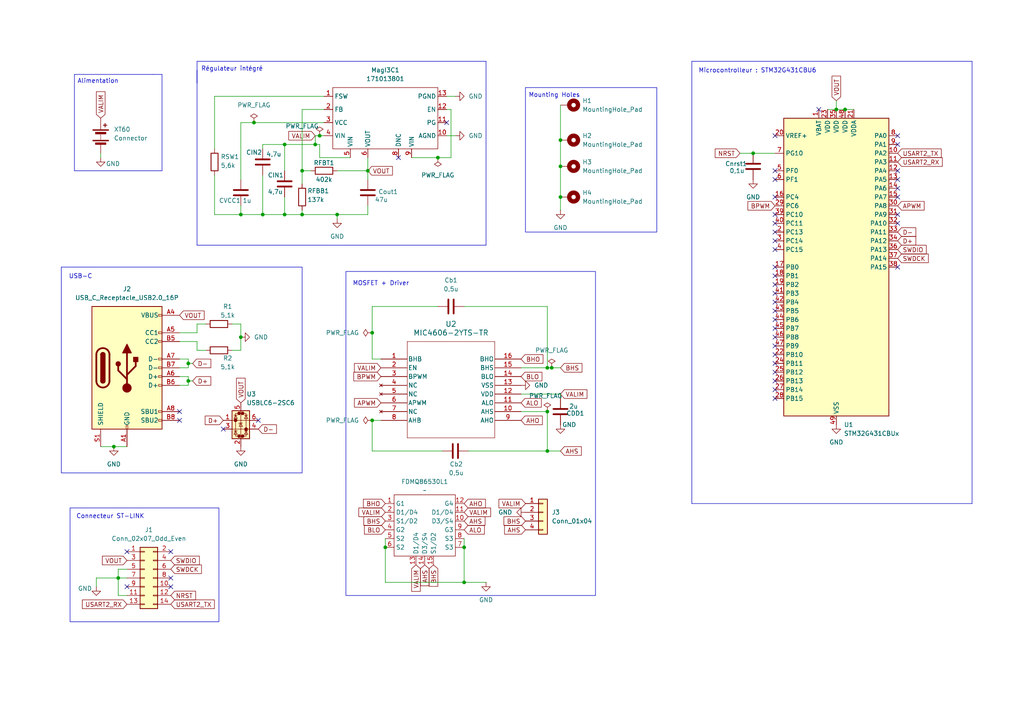
<source format=kicad_sch>
(kicad_sch (version 20231120) (generator "eeschema") (generator_version "8.0")
  (paper "A4")
  (title_block (title "Exo_Kicad") (date "2025-01-30") (rev "1.0") (company "ENSEA"))
  (lib_symbols
    (symbol "Connector:USB_C_Receptacle_USB2.0_16P" (pin_names (offset 1.016))
      (property "Reference" "J" (at 0 22.225 0))
      (property "Value" "USB_C_Receptacle_USB2.0_16P" (at 0 19.685 0))
      (symbol "USB_C_Receptacle_USB2.0_16P_0_0"
        (rectangle (start -0.254 -17.78) (end 0.254 -16.764))
        (rectangle (start 10.16 -14.986) (end 9.144 -15.494))
        (rectangle (start 10.16 -12.446) (end 9.144 -12.954))
        (rectangle (start 10.16 -4.826) (end 9.144 -5.334))
        (rectangle (start 10.16 -2.286) (end 9.144 -2.794))
        (rectangle (start 10.16 0.254) (end 9.144 -0.254))
        (rectangle (start 10.16 2.794) (end 9.144 2.286))
        (rectangle (start 10.16 7.874) (end 9.144 7.366))
        (rectangle (start 10.16 10.414) (end 9.144 9.906))
        (rectangle (start 10.16 15.494) (end 9.144 14.986))
      )
      (symbol "USB_C_Receptacle_USB2.0_16P_0_1"
        (rectangle (start -10.16 17.78) (end 10.16 -17.78) (stroke (width 0.254)) (fill (type background)))
        (arc (start -8.89 -3.81) (mid -6.985 -5.7067) (end -5.08 -3.81) (stroke (width 0.508)))
        (arc (start -7.62 -3.81) (mid -6.985 -4.4423) (end -6.35 -3.81) (stroke (width 0.254)))
        (arc (start -7.62 -3.81) (mid -6.985 -4.4423) (end -6.35 -3.81) (stroke (width 0.254)) (fill (type outline)))
        (rectangle (start -7.62 -3.81) (end -6.35 3.81) (stroke (width 0.254)) (fill (type outline)))
        (arc (start -6.35 3.81) (mid -6.985 4.4423) (end -7.62 3.81) (stroke (width 0.254)))
        (arc (start -6.35 3.81) (mid -6.985 4.4423) (end -7.62 3.81) (stroke (width 0.254)) (fill (type outline)))
        (arc (start -5.08 3.81) (mid -6.985 5.7067) (end -8.89 3.81) (stroke (width 0.508)))
        (circle (center -2.54 1.143) (radius 0.635) (stroke (width 0.254)) (fill (type outline)))
        (circle (center 0 -5.842) (radius 1.27) (fill (type outline)))
        (polyline (pts (xy -8.89 -3.81) (xy -8.89 3.81)) (stroke (width 0.508)))
        (polyline (pts (xy -5.08 3.81) (xy -5.08 -3.81)) (stroke (width 0.508)))
        (polyline (pts (xy 0 -5.842) (xy 0 4.318)) (stroke (width 0.508)))
        (polyline (pts (xy 0 -3.302) (xy -2.54 -0.762) (xy -2.54 0.508)) (stroke (width 0.508)))
        (polyline (pts (xy 0 -2.032) (xy 2.54 0.508) (xy 2.54 1.778)) (stroke (width 0.508)))
        (polyline (pts (xy -1.27 4.318) (xy 0 6.858) (xy 1.27 4.318) (xy -1.27 4.318)) (stroke (width 0.254)) (fill (type outline)))
        (rectangle (start 1.905 1.778) (end 3.175 3.048) (stroke (width 0.254)) (fill (type outline)))
      )
      (symbol "USB_C_Receptacle_USB2.0_16P_1_1"
        (pin passive line (at 0 -22.86 90) (length 5.08) (name "GND") (number "A1"))
        (pin passive line (at 0 -22.86 90) (length 5.08) hide (name "GND") (number "A12"))
        (pin passive line (at 15.24 15.24 180) (length 5.08) (name "VBUS") (number "A4"))
        (pin bidirectional line (at 15.24 10.16 180) (length 5.08) (name "CC1") (number "A5"))
        (pin bidirectional line (at 15.24 -2.54 180) (length 5.08) (name "D+") (number "A6"))
        (pin bidirectional line (at 15.24 2.54 180) (length 5.08) (name "D-") (number "A7"))
        (pin bidirectional line (at 15.24 -12.7 180) (length 5.08) (name "SBU1") (number "A8"))
        (pin passive line (at 15.24 15.24 180) (length 5.08) hide (name "VBUS") (number "A9"))
        (pin passive line (at 0 -22.86 90) (length 5.08) hide (name "GND") (number "B1"))
        (pin passive line (at 0 -22.86 90) (length 5.08) hide (name "GND") (number "B12"))
        (pin passive line (at 15.24 15.24 180) (length 5.08) hide (name "VBUS") (number "B4"))
        (pin bidirectional line (at 15.24 7.62 180) (length 5.08) (name "CC2") (number "B5"))
        (pin bidirectional line (at 15.24 -5.08 180) (length 5.08) (name "D+") (number "B6"))
        (pin bidirectional line (at 15.24 0 180) (length 5.08) (name "D-") (number "B7"))
        (pin bidirectional line (at 15.24 -15.24 180) (length 5.08) (name "SBU2") (number "B8"))
        (pin passive line (at 15.24 15.24 180) (length 5.08) hide (name "VBUS") (number "B9"))
        (pin passive line (at -7.62 -22.86 90) (length 5.08) (name "SHIELD") (number "S1"))
      )
    )
    (symbol "Connector_Generic:Conn_01x04" (pin_names (offset 1.016) hide)
      (property "Reference" "J" (at 0 5.08 0))
      (property "Value" "Conn_01x04" (at 0 -7.62 0))
      (symbol "Conn_01x04_1_1"
        (rectangle (start -1.27 -4.953) (end 0 -5.207) (stroke (width 0.1524)))
        (rectangle (start -1.27 -2.413) (end 0 -2.667) (stroke (width 0.1524)))
        (rectangle (start -1.27 0.127) (end 0 -0.127) (stroke (width 0.1524)))
        (rectangle (start -1.27 2.667) (end 0 2.413) (stroke (width 0.1524)))
        (rectangle (start -1.27 3.81) (end 1.27 -6.35) (stroke (width 0.254)) (fill (type background)))
        (pin passive line (at -5.08 2.54 0) (length 3.81) (name "Pin_1") (number "1"))
        (pin passive line (at -5.08 0 0) (length 3.81) (name "Pin_2") (number "2"))
        (pin passive line (at -5.08 -2.54 0) (length 3.81) (name "Pin_3") (number "3"))
        (pin passive line (at -5.08 -5.08 0) (length 3.81) (name "Pin_4") (number "4"))
      )
    )
    (symbol "Connector_Generic:Conn_02x07_Odd_Even" (pin_names (offset 1.016) hide)
      (property "Reference" "J" (at 1.27 10.16 0))
      (property "Value" "Conn_02x07_Odd_Even" (at 1.27 -10.16 0))
      (symbol "Conn_02x07_Odd_Even_1_1"
        (rectangle (start -1.27 -7.493) (end 0 -7.747) (stroke (width 0.1524)))
        (rectangle (start -1.27 -4.953) (end 0 -5.207) (stroke (width 0.1524)))
        (rectangle (start -1.27 -2.413) (end 0 -2.667) (stroke (width 0.1524)))
        (rectangle (start -1.27 0.127) (end 0 -0.127) (stroke (width 0.1524)))
        (rectangle (start -1.27 2.667) (end 0 2.413) (stroke (width 0.1524)))
        (rectangle (start -1.27 5.207) (end 0 4.953) (stroke (width 0.1524)))
        (rectangle (start -1.27 7.747) (end 0 7.493) (stroke (width 0.1524)))
        (rectangle (start -1.27 8.89) (end 3.81 -8.89) (stroke (width 0.254)) (fill (type background)))
        (rectangle (start 3.81 -7.493) (end 2.54 -7.747) (stroke (width 0.1524)))
        (rectangle (start 3.81 -4.953) (end 2.54 -5.207) (stroke (width 0.1524)))
        (rectangle (start 3.81 -2.413) (end 2.54 -2.667) (stroke (width 0.1524)))
        (rectangle (start 3.81 0.127) (end 2.54 -0.127) (stroke (width 0.1524)))
        (rectangle (start 3.81 2.667) (end 2.54 2.413) (stroke (width 0.1524)))
        (rectangle (start 3.81 5.207) (end 2.54 4.953) (stroke (width 0.1524)))
        (rectangle (start 3.81 7.747) (end 2.54 7.493) (stroke (width 0.1524)))
        (pin passive line (at -5.08 7.62 0) (length 3.81) (name "Pin_1") (number "1"))
        (pin passive line (at 7.62 -2.54 180) (length 3.81) (name "Pin_10") (number "10"))
        (pin passive line (at -5.08 -5.08 0) (length 3.81) (name "Pin_11") (number "11"))
        (pin passive line (at 7.62 -5.08 180) (length 3.81) (name "Pin_12") (number "12"))
        (pin passive line (at -5.08 -7.62 0) (length 3.81) (name "Pin_13") (number "13"))
        (pin passive line (at 7.62 -7.62 180) (length 3.81) (name "Pin_14") (number "14"))
        (pin passive line (at 7.62 7.62 180) (length 3.81) (name "Pin_2") (number "2"))
        (pin passive line (at -5.08 5.08 0) (length 3.81) (name "Pin_3") (number "3"))
        (pin passive line (at 7.62 5.08 180) (length 3.81) (name "Pin_4") (number "4"))
        (pin passive line (at -5.08 2.54 0) (length 3.81) (name "Pin_5") (number "5"))
        (pin passive line (at 7.62 2.54 180) (length 3.81) (name "Pin_6") (number "6"))
        (pin passive line (at -5.08 0 0) (length 3.81) (name "Pin_7") (number "7"))
        (pin passive line (at 7.62 0 180) (length 3.81) (name "Pin_8") (number "8"))
        (pin passive line (at -5.08 -2.54 0) (length 3.81) (name "Pin_9") (number "9"))
      )
    )
    (symbol "Device:Battery" (pin_numbers hide) (pin_names (offset 0) hide)
      (property "Reference" "BT" (at 2.54 2.54 0))
      (property "Value" "Battery" (at 2.54 0 0))
      (symbol "Battery_0_1"
        (rectangle (start -2.286 -1.27) (end 2.286 -1.524) (fill (type outline)))
        (rectangle (start -2.286 1.778) (end 2.286 1.524) (fill (type outline)))
        (rectangle (start -1.524 -2.032) (end 1.524 -2.54) (fill (type outline)))
        (rectangle (start -1.524 1.016) (end 1.524 0.508) (fill (type outline)))
        (polyline (pts (xy 0 -1.016) (xy 0 -0.762)))
        (polyline (pts (xy 0 -0.508) (xy 0 -0.254)))
        (polyline (pts (xy 0 0) (xy 0 0.254)))
        (polyline (pts (xy 0 1.778) (xy 0 2.54)))
        (polyline (pts (xy 0.762 3.048) (xy 1.778 3.048)) (stroke (width 0.254)))
        (polyline (pts (xy 1.27 3.556) (xy 1.27 2.54)) (stroke (width 0.254)))
      )
      (symbol "Battery_1_1"
        (pin passive line (at 0 5.08 270) (length 2.54) (name "+") (number "1"))
        (pin passive line (at 0 -5.08 90) (length 2.54) (name "-") (number "2"))
      )
    )
    (symbol "Device:C" (pin_numbers hide) (pin_names (offset 0.254))
      (property "Reference" "C" (at 0.635 2.54 0))
      (property "Value" "C" (at 0.635 -2.54 0))
      (symbol "C_0_1"
        (polyline (pts (xy -2.032 -0.762) (xy 2.032 -0.762)) (stroke (width 0.508)))
        (polyline (pts (xy -2.032 0.762) (xy 2.032 0.762)) (stroke (width 0.508)))
      )
      (symbol "C_1_1"
        (pin passive line (at 0 3.81 270) (length 2.794) (name "~") (number "1"))
        (pin passive line (at 0 -3.81 90) (length 2.794) (name "~") (number "2"))
      )
    )
    (symbol "Device:R" (pin_numbers hide) (pin_names (offset 0))
      (property "Reference" "R" (at 2.032 0 90))
      (property "Value" "R" (at 0 0 90))
      (symbol "R_0_1"
        (rectangle (start -1.016 -2.54) (end 1.016 2.54) (stroke (width 0.254)))
      )
      (symbol "R_1_1"
        (pin passive line (at 0 3.81 270) (length 1.27) (name "~") (number "1"))
        (pin passive line (at 0 -3.81 90) (length 1.27) (name "~") (number "2"))
      )
    )
    (symbol "FDMQ86530L:FDMQ86530L"
      (property "Reference" "U" (at 0 12.7 0))
      (symbol "FDMQ86530L_0_1"
        (rectangle (start -8.89 10.16) (end 8.89 -7.62))
      )
      (symbol "FDMQ86530L_1_1"
        (pin unspecified line (at -11.43 7.62 0) (length 2.54) (name "G1") (number "1"))
        (pin unspecified line (at 11.43 2.54 180) (length 2.54) (name "D3/S4") (number "10"))
        (pin unspecified line (at 11.43 5.08 180) (length 2.54) (name "D1/D4") (number "11"))
        (pin unspecified line (at 11.43 7.62 180) (length 2.54) (name "G4") (number "12"))
        (pin unspecified line (at -2.54 -10.16 90) (length 2.54) (name "D1/D4") (number "13"))
        (pin unspecified line (at 0 -10.16 90) (length 2.54) (name "D3/S4") (number "14"))
        (pin unspecified line (at 2.54 -10.16 90) (length 2.54) (name "S1/D2") (number "15"))
        (pin unspecified line (at -11.43 5.08 0) (length 2.54) (name "D1/D4") (number "2"))
        (pin unspecified line (at -11.43 2.54 0) (length 2.54) (name "S1/D2") (number "3"))
        (pin unspecified line (at -11.43 0 0) (length 2.54) (name "G2") (number "4"))
        (pin unspecified line (at -11.43 -2.54 0) (length 2.54) (name "S2") (number "5"))
        (pin unspecified line (at -11.43 -5.08 0) (length 2.54) (name "S2") (number "6"))
        (pin unspecified line (at 11.43 -5.08 180) (length 2.54) (name "S3") (number "7"))
        (pin unspecified line (at 11.43 -2.54 180) (length 2.54) (name "S3") (number "8"))
        (pin unspecified line (at 11.43 0 180) (length 2.54) (name "G3") (number "9"))
      )
    )
    (symbol "MCU_ST_STM32G4:STM32G431CBUx"
      (property "Reference" "U" (at -15.24 44.45 0))
      (property "Value" "STM32G431CBUx" (at 7.62 44.45 0))
      (symbol "STM32G431CBUx_0_1"
        (rectangle (start -15.24 -43.18) (end 15.24 43.18) (stroke (width 0.254)) (fill (type background)))
      )
      (symbol "STM32G431CBUx_1_1"
        (pin power_in line (at -5.08 45.72 270) (length 2.54) (name "VBAT") (number "1"))
        (pin bidirectional line (at 17.78 33.02 180) (length 2.54) (name "PA2") (number "10"))
        (pin bidirectional line (at 17.78 30.48 180) (length 2.54) (name "PA3") (number "11"))
        (pin bidirectional line (at 17.78 27.94 180) (length 2.54) (name "PA4") (number "12"))
        (pin bidirectional line (at 17.78 25.4 180) (length 2.54) (name "PA5") (number "13"))
        (pin bidirectional line (at 17.78 22.86 180) (length 2.54) (name "PA6") (number "14"))
        (pin bidirectional line (at 17.78 20.32 180) (length 2.54) (name "PA7") (number "15"))
        (pin bidirectional line (at -17.78 20.32 0) (length 2.54) (name "PC4") (number "16"))
        (pin bidirectional line (at -17.78 0 0) (length 2.54) (name "PB0") (number "17"))
        (pin bidirectional line (at -17.78 -2.54 0) (length 2.54) (name "PB1") (number "18"))
        (pin bidirectional line (at -17.78 -5.08 0) (length 2.54) (name "PB2") (number "19"))
        (pin bidirectional line (at -17.78 10.16 0) (length 2.54) (name "PC13") (number "2"))
        (pin input line (at -17.78 38.1 0) (length 2.54) (name "VREF+") (number "20"))
        (pin power_in line (at 5.08 45.72 270) (length 2.54) (name "VDDA") (number "21"))
        (pin bidirectional line (at -17.78 -25.4 0) (length 2.54) (name "PB10") (number "22"))
        (pin power_in line (at -2.54 45.72 270) (length 2.54) (name "VDD") (number "23"))
        (pin bidirectional line (at -17.78 -27.94 0) (length 2.54) (name "PB11") (number "24"))
        (pin bidirectional line (at -17.78 -30.48 0) (length 2.54) (name "PB12") (number "25"))
        (pin bidirectional line (at -17.78 -33.02 0) (length 2.54) (name "PB13") (number "26"))
        (pin bidirectional line (at -17.78 -35.56 0) (length 2.54) (name "PB14") (number "27"))
        (pin bidirectional line (at -17.78 -38.1 0) (length 2.54) (name "PB15") (number "28"))
        (pin bidirectional line (at -17.78 17.78 0) (length 2.54) (name "PC6") (number "29"))
        (pin bidirectional line (at -17.78 7.62 0) (length 2.54) (name "PC14") (number "3"))
        (pin bidirectional line (at 17.78 17.78 180) (length 2.54) (name "PA8") (number "30"))
        (pin bidirectional line (at 17.78 15.24 180) (length 2.54) (name "PA9") (number "31"))
        (pin bidirectional line (at 17.78 12.7 180) (length 2.54) (name "PA10") (number "32"))
        (pin bidirectional line (at 17.78 10.16 180) (length 2.54) (name "PA11") (number "33"))
        (pin bidirectional line (at 17.78 7.62 180) (length 2.54) (name "PA12") (number "34"))
        (pin power_in line (at 0 45.72 270) (length 2.54) (name "VDD") (number "35"))
        (pin bidirectional line (at 17.78 5.08 180) (length 2.54) (name "PA13") (number "36"))
        (pin bidirectional line (at 17.78 2.54 180) (length 2.54) (name "PA14") (number "37"))
        (pin bidirectional line (at 17.78 0 180) (length 2.54) (name "PA15") (number "38"))
        (pin bidirectional line (at -17.78 15.24 0) (length 2.54) (name "PC10") (number "39"))
        (pin bidirectional line (at -17.78 5.08 0) (length 2.54) (name "PC15") (number "4"))
        (pin bidirectional line (at -17.78 12.7 0) (length 2.54) (name "PC11") (number "40"))
        (pin bidirectional line (at -17.78 -7.62 0) (length 2.54) (name "PB3") (number "41"))
        (pin bidirectional line (at -17.78 -10.16 0) (length 2.54) (name "PB4") (number "42"))
        (pin bidirectional line (at -17.78 -12.7 0) (length 2.54) (name "PB5") (number "43"))
        (pin bidirectional line (at -17.78 -15.24 0) (length 2.54) (name "PB6") (number "44"))
        (pin bidirectional line (at -17.78 -17.78 0) (length 2.54) (name "PB7") (number "45"))
        (pin bidirectional line (at -17.78 -20.32 0) (length 2.54) (name "PB8") (number "46"))
        (pin bidirectional line (at -17.78 -22.86 0) (length 2.54) (name "PB9") (number "47"))
        (pin power_in line (at 2.54 45.72 270) (length 2.54) (name "VDD") (number "48"))
        (pin power_in line (at 0 -45.72 90) (length 2.54) (name "VSS") (number "49"))
        (pin bidirectional line (at -17.78 27.94 0) (length 2.54) (name "PF0") (number "5"))
        (pin bidirectional line (at -17.78 25.4 0) (length 2.54) (name "PF1") (number "6"))
        (pin bidirectional line (at -17.78 33.02 0) (length 2.54) (name "PG10") (number "7"))
        (pin bidirectional line (at 17.78 38.1 180) (length 2.54) (name "PA0") (number "8"))
        (pin bidirectional line (at 17.78 35.56 180) (length 2.54) (name "PA1") (number "9"))
      )
    )
    (symbol "MIC4606-2YTS-TR:MIC4606-2YTS-TR" (pin_names (offset 0.254))
      (property "Reference" "U" (at 20.32 10.16 0))
      (property "Value" "MIC4606-2YTS-TR" (at 20.32 7.62 0))
      (symbol "MIC4606-2YTS-TR_0_1"
        (polyline (pts (xy 7.62 -22.86) (xy 33.02 -22.86)) (stroke (width 0.127)))
        (polyline (pts (xy 7.62 5.08) (xy 7.62 -22.86)) (stroke (width 0.127)))
        (polyline (pts (xy 33.02 -22.86) (xy 33.02 5.08)) (stroke (width 0.127)))
        (polyline (pts (xy 33.02 5.08) (xy 7.62 5.08)) (stroke (width 0.127)))
        (pin power_in line (at 0 0 0) (length 7.62) (name "BHB") (number "1"))
        (pin power_in line (at 40.64 -15.24 180) (length 7.62) (name "AHS") (number "10"))
        (pin output line (at 40.64 -12.7 180) (length 7.62) (name "ALO") (number "11"))
        (pin power_in line (at 40.64 -10.16 180) (length 7.62) (name "VDD") (number "12"))
        (pin power_out line (at 40.64 -7.62 180) (length 7.62) (name "VSS") (number "13"))
        (pin output line (at 40.64 -5.08 180) (length 7.62) (name "BLO") (number "14"))
        (pin power_in line (at 40.64 -2.54 180) (length 7.62) (name "BHS") (number "15"))
        (pin output line (at 40.64 0 180) (length 7.62) (name "BHO") (number "16"))
        (pin input line (at 0 -2.54 0) (length 7.62) (name "EN") (number "2"))
        (pin input line (at 0 -5.08 0) (length 7.62) (name "BPWM") (number "3"))
        (pin no_connect line (at 0 -7.62 0) (length 7.62) (name "NC") (number "4"))
        (pin no_connect line (at 0 -10.16 0) (length 7.62) (name "NC") (number "5"))
        (pin input line (at 0 -12.7 0) (length 7.62) (name "APWM") (number "6"))
        (pin no_connect line (at 0 -15.24 0) (length 7.62) (name "NC") (number "7"))
        (pin power_in line (at 0 -17.78 0) (length 7.62) (name "AHB") (number "8"))
        (pin output line (at 40.64 -17.78 180) (length 7.62) (name "AHO") (number "9"))
      )
    )
    (symbol "MagI3C:171013801"
      (property "Reference" "MagI3C" (at -10.922 10.414 0))
      (property "Value" "171013801" (at 16.256 12.192 0))
      (symbol "171013801_0_1"
        (rectangle (start -15.24 8.89) (end 15.24 -8.89))
      )
      (symbol "171013801_1_1"
        (pin input line (at -17.78 6.35 0) (length 2.54) (name "FSW") (number "1"))
        (pin power_in line (at 17.78 -5.08 180) (length 2.54) (name "AGND") (number "10"))
        (pin output line (at 17.78 -1.27 180) (length 2.54) (name "PG") (number "11"))
        (pin input line (at 17.78 2.54 180) (length 2.54) (name "EN") (number "12"))
        (pin power_in line (at 17.78 6.35 180) (length 2.54) (name "PGND") (number "13"))
        (pin input line (at -17.78 2.54 0) (length 2.54) (name "FB") (number "2"))
        (pin power_in line (at -17.78 -1.27 0) (length 2.54) (name "VCC") (number "3"))
        (pin power_in line (at -17.78 -5.08 0) (length 2.54) (name "VIN") (number "4"))
        (pin power_in line (at -10.16 -11.43 90) (length 2.54) (name "VIN") (number "5"))
        (pin power_out line (at -5.08 -11.43 90) (length 2.54) (name "VOUT") (number "6"))
        (pin power_out line (at -5.08 -11.43 90) (length 2.54) hide (name "VOUT") (number "7"))
        (pin unspecified line (at 3.81 -11.43 90) (length 2.54) (name "DNC") (number "8"))
        (pin power_in line (at 7.62 -11.43 90) (length 2.54) (name "VIN") (number "9"))
      )
    )
    (symbol "Mechanical:MountingHole_Pad" (pin_numbers hide) (pin_names (offset 1.016) hide) (exclude_from_sim yes) (in_bom no)
      (property "Reference" "H" (at 0 6.35 0))
      (property "Value" "MountingHole_Pad" (at 0 4.445 0))
      (symbol "MountingHole_Pad_0_1"
        (circle (center 0 1.27) (radius 1.27) (stroke (width 1.27)))
      )
      (symbol "MountingHole_Pad_1_1"
        (pin input line (at 0 -2.54 90) (length 2.54) (name "1") (number "1"))
      )
    )
    (symbol "Power_Protection:USBLC6-2SC6" (pin_names hide)
      (property "Reference" "U" (at 0.635 5.715 0))
      (property "Value" "USBLC6-2SC6" (at 0.635 3.81 0))
      (symbol "USBLC6-2SC6_0_0"
        (circle (center -1.524 0) (radius 0.0001) (stroke (width 0.508)))
        (circle (center -0.508 -4.572) (radius 0.0001) (stroke (width 0.508)))
        (circle (center -0.508 2.032) (radius 0.0001) (stroke (width 0.508)))
        (circle (center 0.508 -4.572) (radius 0.0001) (stroke (width 0.508)))
        (circle (center 0.508 2.032) (radius 0.0001) (stroke (width 0.508)))
        (circle (center 1.524 -2.54) (radius 0.0001) (stroke (width 0.508)))
      )
      (symbol "USBLC6-2SC6_0_1"
        (polyline (pts (xy -2.54 -2.54) (xy 2.54 -2.54)))
        (polyline (pts (xy -2.54 0) (xy 2.54 0)))
        (polyline (pts (xy -2.032 -3.048) (xy -1.016 -3.048)))
        (polyline (pts (xy -1.016 1.524) (xy -2.032 1.524)))
        (polyline (pts (xy 1.016 -3.048) (xy 2.032 -3.048)))
        (polyline (pts (xy 1.016 1.524) (xy 2.032 1.524)))
        (polyline (pts (xy -0.508 -1.143) (xy -0.508 -0.762) (xy 0.508 -0.762)))
        (polyline (pts (xy -2.032 0.508) (xy -1.016 0.508) (xy -1.524 1.524) (xy -2.032 0.508)))
        (polyline (pts (xy -1.016 -4.064) (xy -2.032 -4.064) (xy -1.524 -3.048) (xy -1.016 -4.064)))
        (polyline (pts (xy 0.508 -1.778) (xy -0.508 -1.778) (xy 0 -0.762) (xy 0.508 -1.778)))
        (polyline (pts (xy 2.032 -4.064) (xy 1.016 -4.064) (xy 1.524 -3.048) (xy 2.032 -4.064)))
        (polyline (pts (xy 2.032 0.508) (xy 1.016 0.508) (xy 1.524 1.524) (xy 2.032 0.508)))
        (polyline (pts (xy 0 2.54) (xy -0.508 2.032) (xy 0.508 2.032) (xy 0 1.524) (xy 0 -4.064) (xy -0.508 -4.572) (xy 0.508 -4.572) (xy 0 -5.08)))
      )
      (symbol "USBLC6-2SC6_1_1"
        (rectangle (start -2.54 2.794) (end 2.54 -5.334) (stroke (width 0.254)) (fill (type background)))
        (polyline (pts (xy -0.508 2.032) (xy -1.524 2.032) (xy -1.524 -4.572) (xy -0.508 -4.572)))
        (polyline (pts (xy 0.508 -4.572) (xy 1.524 -4.572) (xy 1.524 2.032) (xy 0.508 2.032)))
        (pin passive line (at -5.08 0 0) (length 2.54) (name "I/O1") (number "1"))
        (pin passive line (at 0 -7.62 90) (length 2.54) (name "GND") (number "2"))
        (pin passive line (at -5.08 -2.54 0) (length 2.54) (name "I/O2") (number "3"))
        (pin passive line (at 5.08 -2.54 180) (length 2.54) (name "I/O2") (number "4"))
        (pin passive line (at 0 5.08 270) (length 2.54) (name "VBUS") (number "5"))
        (pin passive line (at 5.08 0 180) (length 2.54) (name "I/O1") (number "6"))
      )
    )
    (symbol "power:GND" (power) (pin_numbers hide) (pin_names (offset 0) hide)
      (property "Value" "GND" (at 0 -3.81 0))
      (symbol "GND_0_1"
        (polyline (pts (xy 0 0) (xy 0 -1.27) (xy 1.27 -1.27) (xy 0 -2.54) (xy -1.27 -1.27) (xy 0 -1.27)))
      )
      (symbol "GND_1_1"
        (pin power_in line (at 0 0 270) (length 0) (name "~") (number "1"))
      )
    )
    (symbol "power:PWR_FLAG" (power) (pin_numbers hide) (pin_names (offset 0) hide)
      (property "Value" "PWR_FLAG" (at 0 3.81 0))
      (symbol "PWR_FLAG_0_0"
        (pin power_out line (at 0 0 90) (length 0) (name "~") (number "1"))
      )
      (symbol "PWR_FLAG_0_1"
        (polyline (pts (xy 0 0) (xy 0 1.27) (xy -1.016 1.905) (xy 0 2.54) (xy 1.016 1.905) (xy 0 1.27)))
      )
    )
  )
  (junction (at 134.62 168.91))
  (junction (at 33.02 129.54))
  (junction (at 87.63 49.53))
  (junction (at 127 45.72))
  (junction (at 245.11 31.75))
  (junction (at 242.57 31.75))
  (junction (at 158.75 130.81))
  (junction (at 76.2 62.23))
  (junction (at 162.56 48.26))
  (junction (at 106.68 49.53))
  (junction (at 73.66 35.56))
  (junction (at 82.55 41.91))
  (junction (at 218.44 44.45))
  (junction (at 91.44 41.91))
  (junction (at 69.85 62.23))
  (junction (at 69.85 97.79))
  (junction (at 87.63 62.23))
  (junction (at 160.02 106.68))
  (junction (at 107.95 121.92))
  (junction (at 111.76 158.75))
  (junction (at 158.75 106.68))
  (junction (at 134.62 158.75))
  (junction (at 162.56 40.64))
  (junction (at 162.56 57.15))
  (junction (at 54.61 110.49))
  (junction (at 82.55 62.23))
  (junction (at 107.95 96.52))
  (junction (at 34.29 167.64))
  (junction (at 158.75 119.38))
  (junction (at 92.71 39.37))
  (junction (at 97.79 62.23))
  (junction (at 54.61 105.41))
  (no_connect (at 52.07 121.92))
  (no_connect (at 260.35 39.37))
  (no_connect (at 260.35 49.53))
  (no_connect (at 224.79 80.01))
  (no_connect (at 224.79 115.57))
  (no_connect (at 260.35 62.23))
  (no_connect (at 260.35 52.07))
  (no_connect (at 224.79 57.15))
  (no_connect (at 224.79 72.39))
  (no_connect (at 260.35 54.61))
  (no_connect (at 115.57 45.72))
  (no_connect (at 224.79 100.33))
  (no_connect (at 224.79 52.07))
  (no_connect (at 260.35 57.15))
  (no_connect (at 49.53 160.02))
  (no_connect (at 52.07 119.38))
  (no_connect (at 224.79 49.53))
  (no_connect (at 224.79 77.47))
  (no_connect (at 224.79 97.79))
  (no_connect (at 224.79 87.63))
  (no_connect (at 36.83 160.02))
  (no_connect (at 129.54 35.56))
  (no_connect (at 224.79 64.77))
  (no_connect (at 260.35 64.77))
  (no_connect (at 224.79 62.23))
  (no_connect (at 224.79 90.17))
  (no_connect (at 64.77 124.46))
  (no_connect (at 224.79 110.49))
  (no_connect (at 49.53 170.18))
  (no_connect (at 224.79 82.55))
  (no_connect (at 224.79 92.71))
  (no_connect (at 224.79 105.41))
  (no_connect (at 224.79 113.03))
  (no_connect (at 224.79 107.95))
  (no_connect (at 237.49 31.75))
  (no_connect (at 224.79 69.85))
  (no_connect (at 260.35 41.91))
  (no_connect (at 224.79 85.09))
  (no_connect (at 74.93 121.92))
  (no_connect (at 49.53 167.64))
  (no_connect (at 260.35 77.47))
  (no_connect (at 36.83 170.18))
  (no_connect (at 224.79 102.87))
  (no_connect (at 224.79 67.31))
  (no_connect (at 224.79 95.25))
  (no_connect (at 224.79 39.37))
  (wire (pts (xy 106.68 45.72) (xy 106.68 49.53)))
  (wire (pts (xy 76.2 62.23) (xy 82.55 62.23)))
  (wire (pts (xy 67.31 101.6) (xy 69.85 101.6)))
  (polyline (pts (xy 200.66 17.78) (xy 200.66 146.05)))
  (wire (pts (xy 91.44 41.91) (xy 91.44 39.37)))
  (wire (pts (xy 87.63 31.75) (xy 87.63 49.53)))
  (wire (pts (xy 57.15 93.98) (xy 59.69 93.98)))
  (wire (pts (xy 87.63 62.23) (xy 97.79 62.23)))
  (wire (pts (xy 130.81 31.75) (xy 130.81 45.72)))
  (polyline (pts (xy 46.99 21.59) (xy 46.99 49.53)))
  (wire (pts (xy 54.61 109.22) (xy 54.61 110.49)))
  (wire (pts (xy 76.2 50.8) (xy 76.2 62.23)))
  (wire (pts (xy 69.85 35.56) (xy 69.85 52.07)))
  (wire (pts (xy 76.2 41.91) (xy 76.2 43.18)))
  (wire (pts (xy 34.29 167.64) (xy 36.83 167.64)))
  (wire (pts (xy 29.21 44.45) (xy 29.21 45.72)))
  (wire (pts (xy 52.07 111.76) (xy 54.61 111.76)))
  (wire (pts (xy 107.95 96.52) (xy 107.95 104.14)))
  (wire (pts (xy 111.76 158.75) (xy 111.76 168.91)))
  (wire (pts (xy 62.23 43.18) (xy 62.23 27.94)))
  (wire (pts (xy 82.55 57.15) (xy 82.55 62.23)))
  (wire (pts (xy 132.08 27.94) (xy 129.54 27.94)))
  (wire (pts (xy 111.76 168.91) (xy 134.62 168.91)))
  (wire (pts (xy 82.55 62.23) (xy 87.63 62.23)))
  (wire (pts (xy 33.02 129.54) (xy 36.83 129.54)))
  (polyline (pts (xy 57.15 17.78) (xy 140.97 17.78)))
  (wire (pts (xy 87.63 60.96) (xy 87.63 62.23)))
  (wire (pts (xy 162.56 48.26) (xy 162.56 57.15)))
  (wire (pts (xy 127 88.9) (xy 107.95 88.9)))
  (wire (pts (xy 52.07 109.22) (xy 54.61 109.22)))
  (wire (pts (xy 135.89 130.81) (xy 158.75 130.81)))
  (wire (pts (xy 134.62 88.9) (xy 158.75 88.9)))
  (polyline (pts (xy 281.94 17.78) (xy 281.94 146.05)))
  (wire (pts (xy 73.66 35.56) (xy 69.85 35.56)))
  (wire (pts (xy 93.98 39.37) (xy 92.71 39.37)))
  (wire (pts (xy 73.66 35.56) (xy 93.98 35.56)))
  (wire (pts (xy 151.13 119.38) (xy 158.75 119.38)))
  (polyline (pts (xy 21.59 21.59) (xy 21.59 49.53)))
  (wire (pts (xy 162.56 114.3) (xy 162.56 115.57)))
  (wire (pts (xy 54.61 104.14) (xy 54.61 105.41)))
  (wire (pts (xy 34.29 165.1) (xy 36.83 165.1)))
  (wire (pts (xy 107.95 88.9) (xy 107.95 96.52)))
  (wire (pts (xy 91.44 41.91) (xy 92.71 41.91)))
  (wire (pts (xy 107.95 104.14) (xy 110.49 104.14)))
  (polyline (pts (xy 44.45 21.59) (xy 46.99 21.59)))
  (wire (pts (xy 92.71 45.72) (xy 92.71 41.91)))
  (wire (pts (xy 162.56 30.48) (xy 162.56 40.64)))
  (wire (pts (xy 162.56 57.15) (xy 162.56 60.96)))
  (wire (pts (xy 82.55 41.91) (xy 82.55 49.53)))
  (polyline (pts (xy 281.94 146.05) (xy 200.66 146.05)))
  (wire (pts (xy 158.75 106.68) (xy 151.13 106.68)))
  (wire (pts (xy 242.57 31.75) (xy 245.11 31.75)))
  (wire (pts (xy 107.95 121.92) (xy 110.49 121.92)))
  (wire (pts (xy 54.61 105.41) (xy 54.61 106.68)))
  (wire (pts (xy 106.68 49.53) (xy 106.68 52.07)))
  (wire (pts (xy 29.21 129.54) (xy 33.02 129.54)))
  (polyline (pts (xy 210.82 17.78) (xy 281.94 17.78)))
  (wire (pts (xy 162.56 40.64) (xy 162.56 48.26)))
  (polyline (pts (xy 57.15 20.32) (xy 57.15 71.12)))
  (wire (pts (xy 106.68 49.53) (xy 97.79 49.53)))
  (wire (pts (xy 57.15 96.52) (xy 57.15 93.98)))
  (wire (pts (xy 158.75 88.9) (xy 158.75 106.68)))
  (wire (pts (xy 69.85 59.69) (xy 69.85 62.23)))
  (wire (pts (xy 76.2 41.91) (xy 82.55 41.91)))
  (polyline (pts (xy 57.15 24.13) (xy 57.15 17.78)))
  (wire (pts (xy 107.95 130.81) (xy 107.95 121.92)))
  (wire (pts (xy 162.56 106.68) (xy 160.02 106.68)))
  (wire (pts (xy 91.44 41.91) (xy 82.55 41.91)))
  (wire (pts (xy 245.11 31.75) (xy 247.65 31.75)))
  (wire (pts (xy 57.15 101.6) (xy 59.69 101.6)))
  (wire (pts (xy 158.75 130.81) (xy 158.75 119.38)))
  (wire (pts (xy 87.63 31.75) (xy 93.98 31.75)))
  (polyline (pts (xy 21.59 21.59) (xy 44.45 21.59)))
  (wire (pts (xy 34.29 167.64) (xy 34.29 165.1)))
  (wire (pts (xy 69.85 97.79) (xy 69.85 93.98)))
  (wire (pts (xy 54.61 105.41) (xy 55.88 105.41)))
  (wire (pts (xy 36.83 172.72) (xy 34.29 172.72)))
  (wire (pts (xy 140.97 168.91) (xy 134.62 168.91)))
  (wire (pts (xy 69.85 62.23) (xy 76.2 62.23)))
  (wire (pts (xy 214.63 44.45) (xy 218.44 44.45)))
  (wire (pts (xy 69.85 101.6) (xy 69.85 97.79)))
  (wire (pts (xy 52.07 106.68) (xy 54.61 106.68)))
  (polyline (pts (xy 200.66 17.78) (xy 210.82 17.78)))
  (wire (pts (xy 57.15 99.06) (xy 57.15 101.6)))
  (wire (pts (xy 62.23 50.8) (xy 62.23 62.23)))
  (wire (pts (xy 97.79 62.23) (xy 97.79 63.5)))
  (wire (pts (xy 27.94 167.64) (xy 27.94 170.18)))
  (wire (pts (xy 240.03 31.75) (xy 242.57 31.75)))
  (wire (pts (xy 128.27 130.81) (xy 107.95 130.81)))
  (polyline (pts (xy 21.59 49.53) (xy 46.99 49.53)))
  (wire (pts (xy 87.63 49.53) (xy 90.17 49.53)))
  (wire (pts (xy 101.6 45.72) (xy 92.71 45.72)))
  (wire (pts (xy 127 45.72) (xy 119.38 45.72)))
  (wire (pts (xy 158.75 130.81) (xy 162.56 130.81)))
  (wire (pts (xy 242.57 29.21) (xy 242.57 31.75)))
  (polyline (pts (xy 140.97 17.78) (xy 140.97 71.12)))
  (wire (pts (xy 67.31 93.98) (xy 69.85 93.98)))
  (wire (pts (xy 54.61 110.49) (xy 54.61 111.76)))
  (wire (pts (xy 160.02 106.68) (xy 158.75 106.68)))
  (wire (pts (xy 97.79 62.23) (xy 106.68 62.23)))
  (wire (pts (xy 129.54 31.75) (xy 130.81 31.75)))
  (wire (pts (xy 52.07 99.06) (xy 57.15 99.06)))
  (polyline (pts (xy 140.97 71.12) (xy 57.15 71.12)))
  (wire (pts (xy 52.07 96.52) (xy 57.15 96.52)))
  (wire (pts (xy 111.76 156.21) (xy 111.76 158.75)))
  (wire (pts (xy 87.63 49.53) (xy 87.63 53.34)))
  (wire (pts (xy 134.62 158.75) (xy 134.62 168.91)))
  (wire (pts (xy 62.23 27.94) (xy 93.98 27.94)))
  (wire (pts (xy 62.23 62.23) (xy 69.85 62.23)))
  (wire (pts (xy 34.29 167.64) (xy 27.94 167.64)))
  (wire (pts (xy 34.29 172.72) (xy 34.29 167.64)))
  (wire (pts (xy 134.62 156.21) (xy 134.62 158.75)))
  (wire (pts (xy 151.13 114.3) (xy 162.56 114.3)))
  (wire (pts (xy 54.61 110.49) (xy 55.88 110.49)))
  (wire (pts (xy 52.07 104.14) (xy 54.61 104.14)))
  (wire (pts (xy 130.81 45.72) (xy 127 45.72)))
  (wire (pts (xy 129.54 39.37) (xy 132.08 39.37)))
  (wire (pts (xy 92.71 39.37) (xy 91.44 39.37)))
  (wire (pts (xy 218.44 44.45) (xy 224.79 44.45)))
  (wire (pts (xy 106.68 59.69) (xy 106.68 62.23)))
  (rectangle (start 17.78 77.47) (end 87.63 137.16))
  (rectangle (start 152.4 25.4) (end 190.5 67.31))
  (rectangle (start 100.33 78.74) (end 172.72 172.72))
  (rectangle (start 20.32 147.32) (end 63.5 180.34))
  (text "Mounting Holes" (at 160.782 27.686 0) (effects (font (size 1.27 1.27))))
  (text "Régulateur intégré" (at 67.31 20.066 0) (effects (font (size 1.27 1.27))))
  (text "MOSFET + Driver" (at 110.49 82.296 0) (effects (font (size 1.27 1.27))))
  (text "USB-C" (at 23.368 80.264 0) (effects (font (size 1.27 1.27))))
  (text "Microcontrolleur : STM32G431CBU6" (at 219.71 20.574 0) (effects (font (size 1.27 1.27))))
  (text "Alimentation\n" (at 28.448 23.622 0) (effects (font (size 1.27 1.27))))
  (text "Connecteur ST-LINK" (at 32.004 149.86 0) (effects (font (size 1.27 1.27))))
  (global_label "BHS" (shape input) (at 111.76 151.13 180) (property "Intersheetrefs" "${INTERSHEET_REFS}" (effects (hide yes))))
  (global_label "VALIM" (shape input) (at 91.44 39.37 180) (property "Intersheetrefs" "${INTERSHEET_REFS}" (effects (hide yes))))
  (global_label "VALIM" (shape input) (at 29.21 34.29 90) (property "Intersheetrefs" "${INTERSHEET_REFS}" (effects (hide yes))))
  (global_label "VOUT" (shape input) (at 106.68 49.53 0) (property "Intersheetrefs" "${INTERSHEET_REFS}" (effects (hide yes))))
  (global_label "VALIM" (shape input) (at 120.65 163.83 270) (property "Intersheetrefs" "${INTERSHEET_REFS}" (effects (hide yes))))
  (global_label "VOUT" (shape input) (at 242.57 29.21 90) (property "Intersheetrefs" "${INTERSHEET_REFS}" (effects (hide yes))))
  (global_label "D-" (shape input) (at 74.93 124.46 0) (property "Intersheetrefs" "${INTERSHEET_REFS}" (effects (hide yes))))
  (global_label "VOUT" (shape input) (at 52.07 91.44 0) (property "Intersheetrefs" "${INTERSHEET_REFS}" (effects (hide yes))))
  (global_label "VALIM" (shape input) (at 152.4 146.05 180) (property "Intersheetrefs" "${INTERSHEET_REFS}" (effects (hide yes))))
  (global_label "VALIM" (shape input) (at 111.76 148.59 180) (property "Intersheetrefs" "${INTERSHEET_REFS}" (effects (hide yes))))
  (global_label "USART2_TX" (shape input) (at 260.35 44.45 0) (property "Intersheetrefs" "${INTERSHEET_REFS}" (effects (hide yes))))
  (global_label "VALIM" (shape input) (at 110.49 106.68 180) (property "Intersheetrefs" "${INTERSHEET_REFS}" (effects (hide yes))))
  (global_label "AHS" (shape input) (at 152.4 153.67 180) (property "Intersheetrefs" "${INTERSHEET_REFS}" (effects (hide yes))))
  (global_label "SWDCK" (shape input) (at 49.53 165.1 0) (property "Intersheetrefs" "${INTERSHEET_REFS}" (effects (hide yes))))
  (global_label "VALIM" (shape input) (at 134.62 148.59 0) (property "Intersheetrefs" "${INTERSHEET_REFS}" (effects (hide yes))))
  (global_label "BLO" (shape input) (at 111.76 153.67 180) (property "Intersheetrefs" "${INTERSHEET_REFS}" (effects (hide yes))))
  (global_label "ALO" (shape input) (at 151.13 116.84 0) (property "Intersheetrefs" "${INTERSHEET_REFS}" (effects (hide yes))))
  (global_label "BHO" (shape input) (at 151.13 104.14 0) (property "Intersheetrefs" "${INTERSHEET_REFS}" (effects (hide yes))))
  (global_label "APWM" (shape input) (at 260.35 59.69 0) (property "Intersheetrefs" "${INTERSHEET_REFS}" (effects (hide yes))))
  (global_label "BLO" (shape input) (at 151.13 109.22 0) (property "Intersheetrefs" "${INTERSHEET_REFS}" (effects (hide yes))))
  (global_label "AHS" (shape input) (at 134.62 151.13 0) (property "Intersheetrefs" "${INTERSHEET_REFS}" (effects (hide yes))))
  (global_label "SWDIO" (shape input) (at 49.53 162.56 0) (property "Intersheetrefs" "${INTERSHEET_REFS}" (effects (hide yes))))
  (global_label "AHS" (shape input) (at 123.19 163.83 270) (property "Intersheetrefs" "${INTERSHEET_REFS}" (effects (hide yes))))
  (global_label "USART2_TX" (shape input) (at 49.53 175.26 0) (property "Intersheetrefs" "${INTERSHEET_REFS}" (effects (hide yes))))
  (global_label "VOUT" (shape input) (at 69.85 116.84 90) (property "Intersheetrefs" "${INTERSHEET_REFS}" (effects (hide yes))))
  (global_label "BHS" (shape input) (at 152.4 151.13 180) (property "Intersheetrefs" "${INTERSHEET_REFS}" (effects (hide yes))))
  (global_label "VOUT" (shape input) (at 36.83 162.56 180) (property "Intersheetrefs" "${INTERSHEET_REFS}" (effects (hide yes))))
  (global_label "D+" (shape input) (at 260.35 69.85 0) (property "Intersheetrefs" "${INTERSHEET_REFS}" (effects (hide yes))))
  (global_label "BPWM" (shape input) (at 110.49 109.22 180) (property "Intersheetrefs" "${INTERSHEET_REFS}" (effects (hide yes))))
  (global_label "D+" (shape input) (at 64.77 121.92 180) (property "Intersheetrefs" "${INTERSHEET_REFS}" (effects (hide yes))))
  (global_label "USART2_RX" (shape input) (at 36.83 175.26 180) (property "Intersheetrefs" "${INTERSHEET_REFS}" (effects (hide yes))))
  (global_label "NRST" (shape input) (at 214.63 44.45 180) (property "Intersheetrefs" "${INTERSHEET_REFS}" (effects (hide yes))))
  (global_label "BHS" (shape input) (at 162.56 106.68 0) (property "Intersheetrefs" "${INTERSHEET_REFS}" (effects (hide yes))))
  (global_label "USART2_RX" (shape input) (at 260.35 46.99 0) (property "Intersheetrefs" "${INTERSHEET_REFS}" (effects (hide yes))))
  (global_label "SWDCK" (shape input) (at 260.35 74.93 0) (property "Intersheetrefs" "${INTERSHEET_REFS}" (effects (hide yes))))
  (global_label "AHO" (shape input) (at 134.62 146.05 0) (property "Intersheetrefs" "${INTERSHEET_REFS}" (effects (hide yes))))
  (global_label "APWM" (shape input) (at 110.49 116.84 180) (property "Intersheetrefs" "${INTERSHEET_REFS}" (effects (hide yes))))
  (global_label "AHS" (shape input) (at 162.56 130.81 0) (property "Intersheetrefs" "${INTERSHEET_REFS}" (effects (hide yes))))
  (global_label "NRST" (shape input) (at 49.53 172.72 0) (property "Intersheetrefs" "${INTERSHEET_REFS}" (effects (hide yes))))
  (global_label "VALIM" (shape input) (at 162.56 114.3 0) (property "Intersheetrefs" "${INTERSHEET_REFS}" (effects (hide yes))))
  (global_label "D-" (shape input) (at 260.35 67.31 0) (property "Intersheetrefs" "${INTERSHEET_REFS}" (effects (hide yes))))
  (global_label "AHO" (shape input) (at 151.13 121.92 0) (property "Intersheetrefs" "${INTERSHEET_REFS}" (effects (hide yes))))
  (global_label "BHS" (shape input) (at 125.73 163.83 270) (property "Intersheetrefs" "${INTERSHEET_REFS}" (effects (hide yes))))
  (global_label "ALO" (shape input) (at 134.62 153.67 0) (property "Intersheetrefs" "${INTERSHEET_REFS}" (effects (hide yes))))
  (global_label "D+" (shape input) (at 55.88 110.49 0) (property "Intersheetrefs" "${INTERSHEET_REFS}" (effects (hide yes))))
  (global_label "D-" (shape input) (at 55.88 105.41 0) (property "Intersheetrefs" "${INTERSHEET_REFS}" (effects (hide yes))))
  (global_label "BHO" (shape input) (at 111.76 146.05 180) (property "Intersheetrefs" "${INTERSHEET_REFS}" (effects (hide yes))))
  (global_label "BPWM" (shape input) (at 224.79 59.69 180) (property "Intersheetrefs" "${INTERSHEET_REFS}" (effects (hide yes))))
  (global_label "SWDIO" (shape input) (at 260.35 72.39 0) (property "Intersheetrefs" "${INTERSHEET_REFS}" (effects (hide yes))))
  (symbol (lib_id "power:GND") (at 27.94 170.18 0) (unit 1)
    (property "Reference" "#PWR06" (effects (hide yes)))
    (property "Value" "GND" (at 24.638 170.688 0))
    (property "Description" "Power symbol creates a global label with name \"GND\" , ground" (effects (hide yes)))
  )
  (symbol (lib_id "power:PWR_FLAG") (at 92.71 39.37 0) (unit 1)
    (property "Reference" "#FLG02" (effects (hide yes)))
    (property "Value" "PWR_FLAG" (at 87.63 36.576 0))
    (property "Description" "Special symbol for telling ERC where power comes from" (effects (hide yes)))
  )
  (symbol (lib_id "Connector_Generic:Conn_01x04") (at 157.48 148.59 0) (unit 1)
    (property "Reference" "J3" (at 160.02 148.5899 0) (effects (justify left)))
    (property "Value" "Conn_01x04" (at 160.02 151.1299 0) (effects (justify left)))
    (property "Footprint" "Connector_JST:JST_EH_B4B-EH-A_1x04_P2.50mm_Vertical" (effects (hide yes)))
    (property "Description" "Generic connector, single row, 01x04, script generated (kicad-library-utils/schlib/autogen/connector/)" (effects (hide yes)))
  )
  (symbol (lib_id "Device:C") (at 162.56 119.38 180) (unit 1)
    (property "Reference" "CDD1" (at 166.878 119.888 0))
    (property "Value" "2u" (at 166.37 117.856 0))
    (property "Footprint" "Capacitor_SMD:C_0402_1005Metric" (effects (hide yes)))
    (property "Description" "Unpolarized capacitor" (effects (hide yes)))
  )
  (symbol (lib_id "Device:C") (at 69.85 55.88 0) (unit 1)
    (property "Reference" "CVCC1" (at 63.5 58.166 0) (effects (justify left)))
    (property "Value" "1u" (at 70.358 58.166 0) (effects (justify left)))
    (property "Footprint" "Capacitor_SMD:C_0402_1005Metric" (effects (hide yes)))
    (property "Description" "Unpolarized capacitor" (effects (hide yes)))
  )
  (symbol (lib_id "power:GND") (at 69.85 97.79 90) (unit 1)
    (property "Reference" "#PWR03" (effects (hide yes)))
    (property "Value" "GND" (at 73.66 97.7899 90) (effects (justify right)))
    (property "Description" "Power symbol creates a global label with name \"GND\" , ground" (effects (hide yes)))
  )
  (symbol (lib_id "power:GND") (at 33.02 129.54 0) (unit 1)
    (property "Reference" "#PWR04" (effects (hide yes)))
    (property "Value" "GND" (at 33.02 134.62 0))
    (property "Description" "Power symbol creates a global label with name \"GND\" , ground" (effects (hide yes)))
  )
  (symbol (lib_id "Device:R") (at 63.5 93.98 90) (unit 1)
    (property "Reference" "R1" (at 66.04 88.9 90))
    (property "Value" "5,1k" (at 66.04 91.44 90))
    (property "Footprint" "Resistor_SMD:R_0402_1005Metric" (effects (hide yes)))
    (property "Description" "Resistor" (effects (hide yes)))
  )
  (symbol (lib_id "power:GND") (at 242.57 123.19 0) (unit 1)
    (property "Reference" "#PWR012" (effects (hide yes)))
    (property "Value" "GND" (at 242.57 128.27 0))
    (property "Description" "Power symbol creates a global label with name \"GND\" , ground" (effects (hide yes)))
  )
  (symbol (lib_id "Device:R") (at 87.63 57.15 0) (unit 1)
    (property "Reference" "RFBB1" (at 89.154 55.372 0) (effects (justify left)))
    (property "Value" "137k" (at 89.154 57.912 0) (effects (justify left)))
    (property "Footprint" "Resistor_SMD:R_0402_1005Metric" (effects (hide yes)))
    (property "Description" "Resistor" (effects (hide yes)))
  )
  (symbol (lib_id "power:PWR_FLAG") (at 73.66 35.56 0) (unit 1)
    (property "Reference" "#FLG01" (effects (hide yes)))
    (property "Value" "PWR_FLAG" (at 73.66 30.48 0))
    (property "Description" "Special symbol for telling ERC where power comes from" (effects (hide yes)))
  )
  (symbol (lib_id "power:PWR_FLAG") (at 107.95 121.92 90) (unit 1)
    (property "Reference" "#FLG05" (effects (hide yes)))
    (property "Value" "PWR_FLAG" (at 104.14 121.9199 90) (effects (justify left)))
    (property "Description" "Special symbol for telling ERC where power comes from" (effects (hide yes)))
  )
  (symbol (lib_id "power:GND") (at 132.08 27.94 90) (unit 1)
    (property "Reference" "#PWR01" (effects (hide yes)))
    (property "Value" "GND" (at 135.89 27.9399 90) (effects (justify right)))
    (property "Description" "Power symbol creates a global label with name \"GND\" , ground" (effects (hide yes)))
  )
  (symbol (lib_id "power:GND") (at 140.97 168.91 0) (unit 1)
    (property "Reference" "#PWR07" (effects (hide yes)))
    (property "Value" "GND" (at 140.97 173.99 0))
    (property "Description" "Power symbol creates a global label with name \"GND\" , ground" (effects (hide yes)))
  )
  (symbol (lib_id "power:GND") (at 162.56 123.19 0) (unit 1)
    (property "Reference" "#PWR08" (effects (hide yes)))
    (property "Value" "GND" (at 165.1 123.19 0))
    (property "Description" "Power symbol creates a global label with name \"GND\" , ground" (effects (hide yes)))
  )
  (symbol (lib_id "power:GND") (at 132.08 39.37 90) (unit 1)
    (property "Reference" "#PWR011" (effects (hide yes)))
    (property "Value" "GND" (at 135.89 39.3699 90) (effects (justify right)))
    (property "Description" "Power symbol creates a global label with name \"GND\" , ground" (effects (hide yes)))
  )
  (symbol (lib_id "power:PWR_FLAG") (at 107.95 96.52 90) (unit 1)
    (property "Reference" "#FLG06" (effects (hide yes)))
    (property "Value" "PWR_FLAG" (at 104.14 96.5199 90) (effects (justify left)))
    (property "Description" "Special symbol for telling ERC where power comes from" (effects (hide yes)))
  )
  (symbol (lib_id "Device:C") (at 130.81 88.9 90) (unit 1)
    (property "Reference" "Cb1" (at 130.81 81.28 90))
    (property "Value" "0,5u" (at 130.81 83.82 90))
    (property "Footprint" "Capacitor_SMD:C_0402_1005Metric" (effects (hide yes)))
    (property "Description" "Unpolarized capacitor" (effects (hide yes)))
  )
  (symbol (lib_id "Mechanical:MountingHole_Pad") (at 165.1 48.26 270) (unit 1) (exclude_from_sim yes) (in_bom no)
    (property "Reference" "H3" (at 168.91 46.9899 90) (effects (justify left)))
    (property "Value" "MountingHole_Pad" (at 168.91 49.5299 90) (effects (justify left)))
    (property "Footprint" "MountingHole:MountingHole_3.2mm_M3_DIN965_Pad" (effects (hide yes)))
    (property "Description" "Mounting Hole with connection" (effects (hide yes)))
  )
  (symbol (lib_id "Power_Protection:USBLC6-2SC6") (at 69.85 121.92 0) (unit 1)
    (property "Reference" "U3" (at 71.5011 114.3 0) (effects (justify left)))
    (property "Value" "USBLC6-2SC6" (at 71.5011 116.84 0) (effects (justify left)))
    (property "Footprint" "Package_TO_SOT_SMD:SOT-23-6" (effects (hide yes)))
    (property "Datasheet" "https://www.st.com/resource/en/datasheet/usblc6-2.pdf" (effects (hide yes)))
    (property "Description" "Very low capacitance ESD protection diode, 2 data-line, SOT-23-6" (effects (hide yes)))
  )
  (symbol (lib_id "power:PWR_FLAG") (at 158.75 119.38 0) (unit 1)
    (property "Reference" "#FLG04" (effects (hide yes)))
    (property "Value" "PWR_FLAG" (at 158.242 114.808 0))
    (property "Description" "Special symbol for telling ERC where power comes from" (effects (hide yes)))
  )
  (symbol (lib_id "Device:R") (at 63.5 101.6 90) (unit 1)
    (property "Reference" "R2" (at 66.04 103.886 90))
    (property "Value" "5,1k" (at 66.04 106.426 90))
    (property "Footprint" "Resistor_SMD:R_0402_1005Metric" (effects (hide yes)))
    (property "Description" "Resistor" (effects (hide yes)))
  )
  (symbol (lib_id "Device:C") (at 76.2 46.99 0) (unit 1)
    (property "Reference" "CIN2" (at 71.374 44.196 0) (effects (justify left)))
    (property "Value" "4,7u" (at 77.216 44.704 0) (effects (justify left)))
    (property "Footprint" "Capacitor_SMD:C_0402_1005Metric" (effects (hide yes)))
    (property "Description" "Unpolarized capacitor" (effects (hide yes)))
  )
  (symbol (lib_id "power:GND") (at 69.85 129.54 0) (unit 1)
    (property "Reference" "#PWR05" (effects (hide yes)))
    (property "Value" "GND" (at 69.85 134.62 0))
    (property "Description" "Power symbol creates a global label with name \"GND\" , ground" (effects (hide yes)))
  )
  (symbol (lib_id "Mechanical:MountingHole_Pad") (at 165.1 40.64 270) (unit 1) (exclude_from_sim yes) (in_bom no)
    (property "Reference" "H2" (at 168.91 39.3699 90) (effects (justify left)))
    (property "Value" "MountingHole_Pad" (at 168.91 41.9099 90) (effects (justify left)))
    (property "Footprint" "MountingHole:MountingHole_3.2mm_M3_DIN965_Pad" (effects (hide yes)))
    (property "Description" "Mounting Hole with connection" (effects (hide yes)))
  )
  (symbol (lib_id "FDMQ86530L:FDMQ86530L") (at 123.19 153.67 0) (unit 1)
    (property "Reference" "FDMQ86530L1" (at 123.19 139.7 0))
    (property "Value" "~" (at 123.19 142.24 0))
    (property "Footprint" "FDMQ86530L:MOSFET_FDMQ86530L" (effects (hide yes)))
    (property "Description" "MOSFET" (effects (hide yes)))
  )
  (symbol (lib_id "Device:C") (at 82.55 53.34 0) (mirror y) (unit 1)
    (property "Reference" "CIN1" (at 82.296 50.8 0) (effects (justify left)))
    (property "Value" "4,7u" (at 82.042 55.626 0) (effects (justify left)))
    (property "Footprint" "Capacitor_SMD:C_0402_1005Metric" (effects (hide yes)))
    (property "Description" "Unpolarized capacitor" (effects (hide yes)))
  )
  (symbol (lib_id "power:GND") (at 152.4 148.59 270) (unit 1)
    (property "Reference" "#PWR015" (effects (hide yes)))
    (property "Value" "GND" (at 148.59 148.5899 90) (effects (justify right)))
    (property "Description" "Power symbol creates a global label with name \"GND\" , ground" (effects (hide yes)))
  )
  (symbol (lib_id "power:PWR_FLAG") (at 160.02 106.68 0) (unit 1)
    (property "Reference" "#FLG03" (effects (hide yes)))
    (property "Value" "PWR_FLAG" (at 160.02 101.6 0))
    (property "Description" "Special symbol for telling ERC where power comes from" (effects (hide yes)))
  )
  (symbol (lib_id "power:GND") (at 218.44 52.07 0) (unit 1)
    (property "Reference" "#PWR013" (effects (hide yes)))
    (property "Value" "GND" (at 218.44 57.15 0))
    (property "Description" "Power symbol creates a global label with name \"GND\" , ground" (effects (hide yes)))
  )
  (symbol (lib_id "Connector:USB_C_Receptacle_USB2.0_16P") (at 36.83 106.68 0) (unit 1)
    (property "Reference" "J2" (at 36.83 83.82 0))
    (property "Value" "USB_C_Receptacle_USB2.0_16P" (at 36.83 86.36 0))
    (property "Footprint" "Connector_USB:USB_C_Receptacle_GCT_USB4105-xx-A_16P_TopMnt_Horizontal" (effects (hide yes)))
    (property "Datasheet" "https://www.usb.org/sites/default/files/documents/usb_type-c.zip" (effects (hide yes)))
    (property "Description" "USB 2.0-only 16P Type-C Receptacle connector" (effects (hide yes)))
  )
  (symbol (lib_id "MCU_ST_STM32G4:STM32G431CBUx") (at 242.57 77.47 0) (unit 1)
    (property "Reference" "U1" (at 244.7641 123.19 0) (effects (justify left)))
    (property "Value" "STM32G431CBUx" (at 244.7641 125.73 0) (effects (justify left)))
    (property "Footprint" "Package_DFN_QFN:QFN-48-1EP_7x7mm_P0.5mm_EP5.6x5.6mm" (effects (hide yes)))
    (property "Datasheet" "https://www.st.com/resource/en/datasheet/stm32g431cb.pdf" (effects (hide yes)))
    (property "Description" "STMicroelectronics Arm Cortex-M4 MCU, 128KB flash, 32KB RAM, 170 MHz, 1.71-3.6V, 42 GPIO, UFQFPN48" (effects (hide yes)))
  )
  (symbol (lib_id "power:GND") (at 151.13 111.76 90) (unit 1)
    (property "Reference" "#PWR09" (effects (hide yes)))
    (property "Value" "GND" (at 154.94 111.7599 90) (effects (justify right)))
    (property "Description" "Power symbol creates a global label with name \"GND\" , ground" (effects (hide yes)))
  )
  (symbol (lib_id "Connector_Generic:Conn_02x07_Odd_Even") (at 41.91 167.64 0) (unit 1)
    (property "Reference" "J1" (at 43.18 153.67 0))
    (property "Value" "Conn_02x07_Odd_Even" (at 43.18 156.21 0))
    (property "Footprint" "Connector_JST:JST_PHD_B14B-PHDSS_2x07_P2.00mm_Vertical" (effects (hide yes)))
    (property "Description" "Generic connector, double row, 02x07, odd/even pin numbering scheme (row 1 odd numbers, row 2 even numbers), script generated (kicad-library-utils/schlib/autogen/connector/)" (effects (hide yes)))
  )
  (symbol (lib_id "MagI3C:171013801") (at 111.76 34.29 0) (unit 1)
    (property "Reference" "MagI3C1" (at 111.76 20.32 0))
    (property "Value" "171013801" (at 111.76 22.86 0))
    (property "Footprint" "MagI3C:171013801" (effects (hide yes)))
    (property "Datasheet" "https://www.we-online.com/components/products/datasheet/171013801.pdf" (effects (hide yes)))
    (property "Description" "MagI3C Power Module" (effects (hide yes)))
  )
  (symbol (lib_id "Device:C") (at 106.68 55.88 0) (unit 1)
    (property "Reference" "Cout1" (at 109.728 55.626 0) (effects (justify left)))
    (property "Value" "47u" (at 108.712 57.912 0) (effects (justify left)))
    (property "Footprint" "Capacitor_SMD:C_0402_1005Metric" (effects (hide yes)))
    (property "Description" "Unpolarized capacitor" (effects (hide yes)))
  )
  (symbol (lib_id "power:GND") (at 97.79 63.5 0) (unit 1)
    (property "Reference" "#PWR02" (effects (hide yes)))
    (property "Value" "GND" (at 97.79 68.58 0))
    (property "Description" "Power symbol creates a global label with name \"GND\" , ground" (effects (hide yes)))
  )
  (symbol (lib_id "MIC4606-2YTS-TR:MIC4606-2YTS-TR") (at 110.49 104.14 0) (unit 1)
    (property "Reference" "U2" (at 130.81 93.98 0) (effects (font (size 1.524 1.524))))
    (property "Value" "MIC4606-2YTS-TR" (at 130.81 96.52 0) (effects (font (size 1.524 1.524))))
    (property "Footprint" "MIC4606-2YTS-TR:TSSOP16_TS_MCH_MIS" (effects (hide yes)))
    (property "Datasheet" "MIC4606-2YTS-TR" (effects (hide yes)))
  )
  (symbol (lib_id "power:GND") (at 29.21 45.72 0) (unit 1)
    (property "Reference" "#PWR010" (effects (hide yes)))
    (property "Value" "GND" (at 32.766 47.498 0))
    (property "Description" "Power symbol creates a global label with name \"GND\" , ground" (effects (hide yes)))
  )
  (symbol (lib_id "Mechanical:MountingHole_Pad") (at 165.1 30.48 270) (unit 1) (exclude_from_sim yes) (in_bom no)
    (property "Reference" "H1" (at 168.91 29.2099 90) (effects (justify left)))
    (property "Value" "MountingHole_Pad" (at 168.91 31.7499 90) (effects (justify left)))
    (property "Footprint" "MountingHole:MountingHole_3.2mm_M3_DIN965_Pad" (effects (hide yes)))
    (property "Description" "Mounting Hole with connection" (effects (hide yes)))
  )
  (symbol (lib_id "Device:C") (at 218.44 48.26 0) (unit 1)
    (property "Reference" "Cnrst1" (at 210.312 47.498 0) (effects (justify left)))
    (property "Value" "0,1u" (at 211.582 49.53 0) (effects (justify left)))
    (property "Footprint" "Capacitor_SMD:C_0402_1005Metric" (effects (hide yes)))
    (property "Description" "Unpolarized capacitor" (effects (hide yes)))
  )
  (symbol (lib_id "Device:R") (at 62.23 46.99 0) (unit 1)
    (property "Reference" "RSW1" (at 64.008 45.466 0) (effects (justify left)))
    (property "Value" "5,6k" (at 64.008 48.006 0) (effects (justify left)))
    (property "Footprint" "Resistor_SMD:R_0402_1005Metric" (effects (hide yes)))
    (property "Description" "Resistor" (effects (hide yes)))
  )
  (symbol (lib_id "Device:R") (at 93.98 49.53 90) (unit 1)
    (property "Reference" "RFBT1" (at 93.98 47.244 90))
    (property "Value" "402k" (at 93.98 52.07 90))
    (property "Footprint" "Resistor_SMD:R_0402_1005Metric" (effects (hide yes)))
    (property "Description" "Resistor" (effects (hide yes)))
  )
  (symbol (lib_id "Device:C") (at 132.08 130.81 90) (unit 1)
    (property "Reference" "Cb2" (at 132.334 134.62 90))
    (property "Value" "0,5u" (at 132.334 137.16 90))
    (property "Footprint" "Capacitor_SMD:C_0402_1005Metric" (effects (hide yes)))
    (property "Description" "Unpolarized capacitor" (effects (hide yes)))
  )
  (symbol (lib_id "power:GND") (at 162.56 60.96 0) (unit 1)
    (property "Reference" "#PWR014" (effects (hide yes)))
    (property "Value" "GND" (at 162.56 66.04 0))
    (property "Description" "Power symbol creates a global label with name \"GND\" , ground" (effects (hide yes)))
  )
  (symbol (lib_id "Mechanical:MountingHole_Pad") (at 165.1 57.15 270) (unit 1) (exclude_from_sim yes) (in_bom no)
    (property "Reference" "H4" (at 168.91 55.8799 90) (effects (justify left)))
    (property "Value" "MountingHole_Pad" (at 168.91 58.4199 90) (effects (justify left)))
    (property "Footprint" "MountingHole:MountingHole_3.2mm_M3_DIN965_Pad" (effects (hide yes)))
    (property "Description" "Mounting Hole with connection" (effects (hide yes)))
  )
  (symbol (lib_id "power:PWR_FLAG") (at 127 45.72 180) (unit 1)
    (property "Reference" "#FLG07" (effects (hide yes)))
    (property "Value" "PWR_FLAG" (at 127 50.8 0))
    (property "Description" "Special symbol for telling ERC where power comes from" (effects (hide yes)))
  )
  (symbol (lib_id "Device:Battery") (at 29.21 39.37 0) (unit 1)
    (property "Reference" "XT60" (at 33.02 37.5284 0) (effects (justify left)))
    (property "Value" "Connector" (at 33.02 40.0684 0) (effects (justify left)))
    (property "Footprint" "Connector_AMASS:AMASS_XT60-F_1x02_P7.20mm_Vertical" (effects (hide yes)))
    (property "Description" "Multiple-cell battery" (effects (hide yes)))
  )
)
</source>
